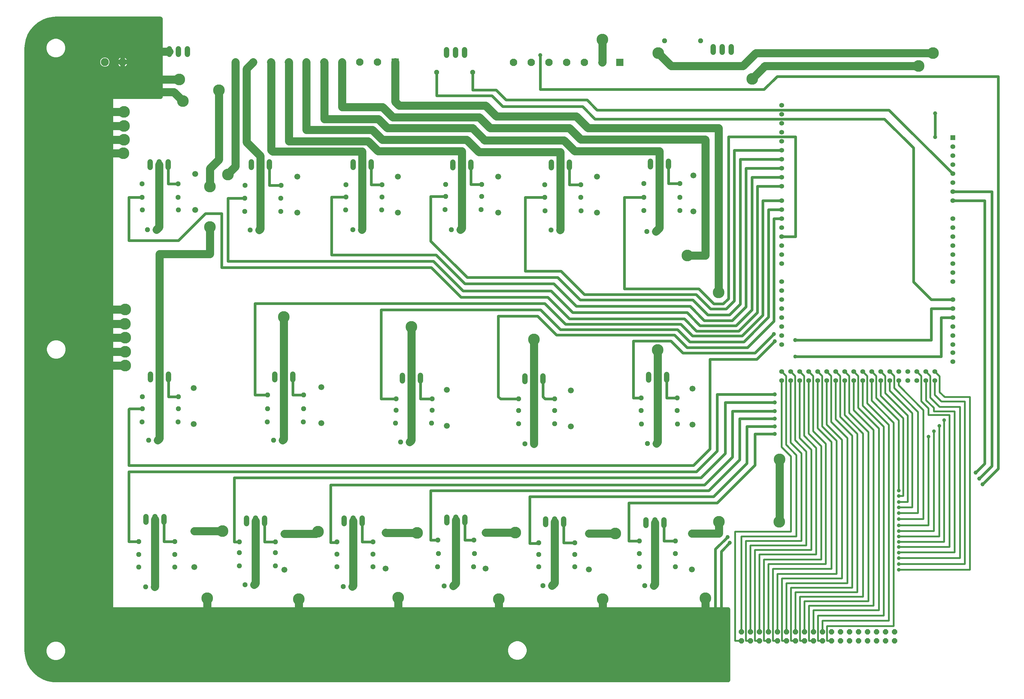
<source format=gbr>
G04 EAGLE Gerber RS-274X export*
G75*
%MOMM*%
%FSLAX34Y34*%
%LPD*%
%INBottom Copper*%
%IPPOS*%
%AMOC8*
5,1,8,0,0,1.08239X$1,22.5*%
G01*
%ADD10R,1.358000X1.358000*%
%ADD11C,1.358000*%
%ADD12C,1.676400*%
%ADD13P,1.429621X8X22.500000*%
%ADD14R,2.100000X2.100000*%
%ADD15C,2.100000*%
%ADD16C,2.250000*%
%ADD17C,1.524000*%
%ADD18P,1.429621X8X202.500000*%
%ADD19P,1.649562X8X202.500000*%
%ADD20C,0.762000*%
%ADD21C,1.168400*%
%ADD22C,1.092200*%
%ADD23C,3.302000*%
%ADD24C,2.286000*%
%ADD25C,0.508000*%
%ADD26C,1.041400*%
%ADD27C,0.635000*%

G36*
X1993903Y10161D02*
X1993903Y10161D01*
X1993906Y10161D01*
X1994253Y10181D01*
X1994611Y10201D01*
X1994614Y10201D01*
X1994617Y10201D01*
X1994957Y10260D01*
X1995314Y10320D01*
X1995316Y10321D01*
X1995319Y10321D01*
X1995664Y10421D01*
X1995998Y10517D01*
X1996001Y10519D01*
X1996004Y10519D01*
X1996328Y10654D01*
X1996656Y10790D01*
X1996659Y10792D01*
X1996661Y10793D01*
X1996973Y10965D01*
X1997280Y11135D01*
X1997282Y11137D01*
X1997285Y11138D01*
X1997582Y11349D01*
X1997861Y11547D01*
X1997863Y11549D01*
X1997865Y11551D01*
X1998133Y11791D01*
X1998392Y12022D01*
X1998394Y12025D01*
X1998396Y12026D01*
X1998634Y12294D01*
X1998866Y12554D01*
X1998868Y12556D01*
X1998870Y12558D01*
X1999068Y12839D01*
X1999278Y13135D01*
X1999280Y13138D01*
X1999281Y13140D01*
X1999444Y13436D01*
X1999622Y13759D01*
X1999623Y13762D01*
X1999625Y13764D01*
X1999756Y14082D01*
X1999894Y14417D01*
X1999895Y14420D01*
X1999896Y14423D01*
X1999991Y14752D01*
X2000091Y15102D01*
X2000092Y15105D01*
X2000092Y15107D01*
X2000152Y15461D01*
X2000210Y15804D01*
X2000210Y15807D01*
X2000211Y15810D01*
X2000249Y16510D01*
X2000249Y215900D01*
X2000249Y215903D01*
X2000249Y215906D01*
X2000229Y216253D01*
X2000209Y216611D01*
X2000209Y216614D01*
X2000209Y216617D01*
X2000150Y216957D01*
X2000090Y217314D01*
X2000089Y217316D01*
X2000089Y217319D01*
X1999989Y217664D01*
X1999893Y217998D01*
X1999891Y218001D01*
X1999891Y218004D01*
X1999756Y218328D01*
X1999620Y218656D01*
X1999618Y218659D01*
X1999617Y218661D01*
X1999447Y218969D01*
X1999275Y219280D01*
X1999273Y219282D01*
X1999272Y219285D01*
X1999061Y219582D01*
X1998863Y219861D01*
X1998861Y219863D01*
X1998859Y219865D01*
X1998619Y220133D01*
X1998388Y220392D01*
X1998385Y220394D01*
X1998384Y220396D01*
X1998116Y220634D01*
X1997856Y220866D01*
X1997854Y220868D01*
X1997852Y220870D01*
X1997575Y221066D01*
X1997275Y221278D01*
X1997272Y221280D01*
X1997270Y221281D01*
X1996974Y221444D01*
X1996651Y221622D01*
X1996648Y221623D01*
X1996646Y221625D01*
X1996328Y221756D01*
X1995993Y221894D01*
X1995990Y221895D01*
X1995987Y221896D01*
X1995658Y221991D01*
X1995308Y222091D01*
X1995305Y222092D01*
X1995303Y222092D01*
X1994949Y222152D01*
X1994606Y222210D01*
X1994603Y222210D01*
X1994600Y222211D01*
X1993900Y222249D01*
X260349Y222249D01*
X260349Y1657351D01*
X393700Y1657351D01*
X393703Y1657351D01*
X393706Y1657351D01*
X394053Y1657371D01*
X394411Y1657391D01*
X394414Y1657391D01*
X394417Y1657391D01*
X394757Y1657450D01*
X395114Y1657510D01*
X395116Y1657511D01*
X395119Y1657511D01*
X395469Y1657613D01*
X395798Y1657707D01*
X395801Y1657709D01*
X395804Y1657709D01*
X396134Y1657847D01*
X396456Y1657980D01*
X396459Y1657982D01*
X396461Y1657983D01*
X396773Y1658155D01*
X397080Y1658325D01*
X397082Y1658327D01*
X397085Y1658328D01*
X397382Y1658539D01*
X397661Y1658738D01*
X397663Y1658739D01*
X397665Y1658741D01*
X397933Y1658981D01*
X398192Y1659212D01*
X398194Y1659215D01*
X398196Y1659216D01*
X398434Y1659484D01*
X398666Y1659744D01*
X398668Y1659746D01*
X398670Y1659748D01*
X398868Y1660029D01*
X399078Y1660325D01*
X399080Y1660328D01*
X399081Y1660330D01*
X399244Y1660626D01*
X399422Y1660949D01*
X399423Y1660952D01*
X399425Y1660954D01*
X399556Y1661272D01*
X399694Y1661607D01*
X399695Y1661610D01*
X399696Y1661613D01*
X399789Y1661937D01*
X399891Y1662292D01*
X399892Y1662295D01*
X399892Y1662298D01*
X399951Y1662648D01*
X400010Y1662994D01*
X400010Y1662997D01*
X400011Y1663000D01*
X400049Y1663700D01*
X400049Y1883490D01*
X400049Y1883493D01*
X400049Y1883496D01*
X400029Y1883842D01*
X400009Y1884201D01*
X400009Y1884204D01*
X400009Y1884207D01*
X399951Y1884544D01*
X399890Y1884904D01*
X399889Y1884906D01*
X399889Y1884909D01*
X399789Y1885254D01*
X399693Y1885588D01*
X399691Y1885591D01*
X399691Y1885594D01*
X399556Y1885918D01*
X399420Y1886246D01*
X399418Y1886249D01*
X399417Y1886251D01*
X399249Y1886555D01*
X399075Y1886870D01*
X399073Y1886872D01*
X399072Y1886875D01*
X398873Y1887155D01*
X398662Y1887451D01*
X398661Y1887453D01*
X398659Y1887455D01*
X398419Y1887723D01*
X398188Y1887982D01*
X398185Y1887984D01*
X398184Y1887986D01*
X397916Y1888224D01*
X397656Y1888456D01*
X397654Y1888458D01*
X397652Y1888460D01*
X397363Y1888664D01*
X397075Y1888868D01*
X397072Y1888869D01*
X397070Y1888871D01*
X396766Y1889039D01*
X396451Y1889212D01*
X396448Y1889213D01*
X396446Y1889215D01*
X396128Y1889346D01*
X395793Y1889484D01*
X395790Y1889485D01*
X395787Y1889486D01*
X395458Y1889581D01*
X395108Y1889681D01*
X395105Y1889682D01*
X395102Y1889682D01*
X394749Y1889742D01*
X394406Y1889800D01*
X394403Y1889800D01*
X394400Y1889801D01*
X393700Y1889839D01*
X100000Y1889839D01*
X99864Y1889832D01*
X99723Y1889833D01*
X92446Y1889516D01*
X92382Y1889509D01*
X92317Y1889509D01*
X92015Y1889472D01*
X91738Y1889445D01*
X91680Y1889432D01*
X91621Y1889425D01*
X77289Y1886898D01*
X77091Y1886852D01*
X76891Y1886815D01*
X76742Y1886769D01*
X76595Y1886735D01*
X76413Y1886670D01*
X76220Y1886612D01*
X62544Y1881634D01*
X62357Y1881554D01*
X62166Y1881483D01*
X62028Y1881413D01*
X61889Y1881353D01*
X61721Y1881257D01*
X61541Y1881166D01*
X48937Y1873890D01*
X48767Y1873778D01*
X48592Y1873675D01*
X48467Y1873582D01*
X48341Y1873499D01*
X48192Y1873376D01*
X48031Y1873255D01*
X36882Y1863900D01*
X36734Y1863761D01*
X36579Y1863629D01*
X36473Y1863516D01*
X36363Y1863412D01*
X36237Y1863264D01*
X36100Y1863118D01*
X26745Y1851969D01*
X26623Y1851806D01*
X26494Y1851649D01*
X26409Y1851519D01*
X26319Y1851399D01*
X26221Y1851231D01*
X26110Y1851063D01*
X18834Y1838459D01*
X18742Y1838277D01*
X18642Y1838100D01*
X18581Y1837958D01*
X18513Y1837823D01*
X18445Y1837641D01*
X18366Y1837456D01*
X13388Y1823780D01*
X13330Y1823586D01*
X13262Y1823394D01*
X13226Y1823243D01*
X13183Y1823098D01*
X13148Y1822907D01*
X13102Y1822711D01*
X10575Y1808379D01*
X10567Y1808315D01*
X10554Y1808251D01*
X10524Y1807947D01*
X10491Y1807672D01*
X10490Y1807613D01*
X10484Y1807554D01*
X10167Y1800277D01*
X10168Y1800140D01*
X10161Y1800000D01*
X10161Y100000D01*
X10168Y99864D01*
X10167Y99723D01*
X10484Y92446D01*
X10491Y92382D01*
X10491Y92317D01*
X10515Y92117D01*
X10523Y91984D01*
X10542Y91875D01*
X10555Y91738D01*
X10568Y91680D01*
X10575Y91621D01*
X13102Y77289D01*
X13148Y77091D01*
X13185Y76891D01*
X13231Y76742D01*
X13265Y76595D01*
X13330Y76413D01*
X13388Y76220D01*
X18366Y62544D01*
X18446Y62357D01*
X18517Y62166D01*
X18587Y62028D01*
X18647Y61889D01*
X18743Y61721D01*
X18834Y61541D01*
X26110Y48937D01*
X26222Y48767D01*
X26325Y48592D01*
X26418Y48468D01*
X26501Y48341D01*
X26624Y48192D01*
X26745Y48031D01*
X36100Y36882D01*
X36239Y36734D01*
X36371Y36579D01*
X36484Y36473D01*
X36588Y36363D01*
X36735Y36238D01*
X36882Y36100D01*
X48031Y26745D01*
X48194Y26623D01*
X48351Y26494D01*
X48481Y26409D01*
X48601Y26319D01*
X48769Y26221D01*
X48937Y26110D01*
X61541Y18834D01*
X61723Y18742D01*
X61900Y18642D01*
X62042Y18581D01*
X62177Y18513D01*
X62359Y18445D01*
X62544Y18366D01*
X76220Y13388D01*
X76414Y13330D01*
X76606Y13262D01*
X76757Y13226D01*
X76902Y13183D01*
X77093Y13148D01*
X77289Y13102D01*
X91621Y10575D01*
X91685Y10567D01*
X91749Y10554D01*
X92053Y10524D01*
X92328Y10491D01*
X92387Y10490D01*
X92446Y10484D01*
X99723Y10167D01*
X99860Y10168D01*
X100000Y10161D01*
X1993900Y10161D01*
X1993903Y10161D01*
G37*
%LPC*%
G36*
X95551Y1774844D02*
X95551Y1774844D01*
X88897Y1776627D01*
X82932Y1780071D01*
X78061Y1784942D01*
X74617Y1790907D01*
X72834Y1797561D01*
X72834Y1804449D01*
X74617Y1811103D01*
X78061Y1817068D01*
X82932Y1821939D01*
X88897Y1825383D01*
X95551Y1827166D01*
X102439Y1827166D01*
X109093Y1825383D01*
X115058Y1821939D01*
X119929Y1817068D01*
X123373Y1811103D01*
X125156Y1804449D01*
X125156Y1797561D01*
X123373Y1790907D01*
X119929Y1784942D01*
X115058Y1780071D01*
X109093Y1776627D01*
X102439Y1774844D01*
X95551Y1774844D01*
G37*
%LPD*%
%LPC*%
G36*
X1396507Y73839D02*
X1396507Y73839D01*
X1389853Y75622D01*
X1383888Y79066D01*
X1379017Y83937D01*
X1375573Y89902D01*
X1373790Y96556D01*
X1373790Y103444D01*
X1375573Y110098D01*
X1379017Y116063D01*
X1383888Y120934D01*
X1389853Y124378D01*
X1396507Y126161D01*
X1403395Y126161D01*
X1410049Y124378D01*
X1416014Y120934D01*
X1420885Y116063D01*
X1424329Y110098D01*
X1426112Y103444D01*
X1426112Y96556D01*
X1424329Y89902D01*
X1420885Y83937D01*
X1416014Y79066D01*
X1410049Y75622D01*
X1403395Y73839D01*
X1396507Y73839D01*
G37*
%LPD*%
%LPC*%
G36*
X95551Y72834D02*
X95551Y72834D01*
X88897Y74617D01*
X82932Y78061D01*
X78061Y82932D01*
X74617Y88897D01*
X72834Y95551D01*
X72834Y102439D01*
X74617Y109093D01*
X78061Y115058D01*
X82932Y119929D01*
X88897Y123373D01*
X95551Y125156D01*
X102439Y125156D01*
X109093Y123373D01*
X115058Y119929D01*
X119929Y115058D01*
X123373Y109093D01*
X125156Y102439D01*
X125156Y95551D01*
X123373Y88897D01*
X119929Y82932D01*
X115058Y78061D01*
X109093Y74617D01*
X102439Y72834D01*
X95551Y72834D01*
G37*
%LPD*%
%LPC*%
G36*
X96556Y923869D02*
X96556Y923869D01*
X89902Y925652D01*
X83937Y929096D01*
X79066Y933967D01*
X75622Y939932D01*
X73839Y946586D01*
X73839Y953474D01*
X75622Y960128D01*
X79066Y966093D01*
X83937Y970964D01*
X89902Y974408D01*
X96556Y976191D01*
X103444Y976191D01*
X110098Y974408D01*
X116063Y970964D01*
X120934Y966093D01*
X124378Y960128D01*
X126161Y953474D01*
X126161Y946586D01*
X124378Y939932D01*
X120934Y933967D01*
X116063Y929096D01*
X110098Y925652D01*
X103444Y923869D01*
X96556Y923869D01*
G37*
%LPD*%
%LPC*%
G36*
X234479Y1748715D02*
X234479Y1748715D01*
X229784Y1750660D01*
X226190Y1754254D01*
X224245Y1758949D01*
X224245Y1764031D01*
X226190Y1768726D01*
X229784Y1772320D01*
X234479Y1774265D01*
X239561Y1774265D01*
X244256Y1772320D01*
X247850Y1768726D01*
X249795Y1764031D01*
X249795Y1758949D01*
X247850Y1754254D01*
X244256Y1750660D01*
X239561Y1748715D01*
X234479Y1748715D01*
G37*
%LPD*%
%LPC*%
G36*
X293369Y1767839D02*
X293369Y1767839D01*
X293369Y1773748D01*
X294698Y1772981D01*
X296132Y1771881D01*
X297411Y1770602D01*
X298511Y1769168D01*
X299278Y1767839D01*
X293369Y1767839D01*
G37*
%LPD*%
%LPC*%
G36*
X293369Y1755141D02*
X293369Y1755141D01*
X299278Y1755141D01*
X298511Y1753812D01*
X297411Y1752378D01*
X296132Y1751099D01*
X294698Y1749999D01*
X293369Y1749232D01*
X293369Y1755141D01*
G37*
%LPD*%
%LPC*%
G36*
X274762Y1767839D02*
X274762Y1767839D01*
X275529Y1769168D01*
X276629Y1770602D01*
X277908Y1771881D01*
X279342Y1772981D01*
X280671Y1773748D01*
X280671Y1767839D01*
X274762Y1767839D01*
G37*
%LPD*%
%LPC*%
G36*
X279342Y1749999D02*
X279342Y1749999D01*
X277908Y1751099D01*
X276629Y1752378D01*
X275529Y1753812D01*
X274762Y1755141D01*
X280671Y1755141D01*
X280671Y1749232D01*
X279342Y1749999D01*
G37*
%LPD*%
D10*
X2627630Y1548130D03*
D11*
X2627630Y1522730D03*
X2627630Y1497330D03*
X2627630Y1471930D03*
X2627630Y1446530D03*
X2627630Y1421130D03*
X2627630Y1395730D03*
X2627630Y1370330D03*
X2627630Y1319530D03*
X2627630Y1294130D03*
X2627630Y1268730D03*
X2627630Y1243330D03*
X2627630Y1217930D03*
X2627630Y1192530D03*
X2627630Y1167130D03*
X2627630Y1141730D03*
X2627630Y1090930D03*
X2627630Y1065530D03*
X2627630Y1040130D03*
X2627630Y1014730D03*
X2627630Y989330D03*
X2627630Y963930D03*
X2627630Y941070D03*
X2627630Y915670D03*
X2576830Y862330D03*
X2576830Y887730D03*
X2551430Y862330D03*
X2551430Y887730D03*
X2526030Y862330D03*
X2526030Y887730D03*
X2500630Y862330D03*
X2500630Y887730D03*
X2475230Y887730D03*
X2475230Y862330D03*
X2449830Y887730D03*
X2449830Y862330D03*
X2424430Y887730D03*
X2424430Y862330D03*
X2399030Y887730D03*
X2399030Y862330D03*
X2373630Y887730D03*
X2373630Y862330D03*
X2348230Y887730D03*
X2348230Y862330D03*
X2322830Y887730D03*
X2322830Y862330D03*
X2297430Y887730D03*
X2297430Y862330D03*
X2272030Y887730D03*
X2272030Y862330D03*
X2246630Y887730D03*
X2246630Y862330D03*
X2221230Y887730D03*
X2221230Y862330D03*
X2195830Y887730D03*
X2195830Y862330D03*
X2170430Y887730D03*
X2170430Y862330D03*
X2145030Y887730D03*
X2145030Y862330D03*
X2145030Y963930D03*
X2145030Y989330D03*
X2145030Y1014730D03*
X2145030Y1040130D03*
X2145030Y1065530D03*
X2145030Y1090930D03*
X2145030Y1116330D03*
X2145030Y1141730D03*
X2145030Y1192530D03*
X2145030Y1217930D03*
X2145030Y1243330D03*
X2145030Y1268730D03*
X2145030Y1294130D03*
X2145030Y1319530D03*
X2145030Y1344930D03*
X2145030Y1370330D03*
X2145030Y1410970D03*
X2145030Y1436370D03*
X2145030Y1461770D03*
X2145030Y1487170D03*
X2145030Y1512570D03*
X2145030Y1537970D03*
X2145030Y1563370D03*
X2145030Y1588770D03*
X2145030Y1614170D03*
X2145030Y1639570D03*
D12*
X491490Y1445260D03*
X491490Y1343660D03*
X1893570Y839470D03*
X1893570Y737870D03*
X1892300Y430530D03*
X1892300Y328930D03*
X1601470Y430530D03*
X1601470Y328930D03*
X1310640Y433070D03*
X1310640Y331470D03*
X1028700Y433070D03*
X1028700Y331470D03*
X742950Y429260D03*
X742950Y327660D03*
X488950Y436880D03*
X488950Y335280D03*
X779780Y1437640D03*
X779780Y1336040D03*
X1062990Y1437640D03*
X1062990Y1336040D03*
X1346200Y1437640D03*
X1346200Y1336040D03*
X1624330Y1437640D03*
X1624330Y1336040D03*
X1896110Y1441450D03*
X1896110Y1339850D03*
X847090Y843280D03*
X847090Y741680D03*
X1201420Y835660D03*
X1201420Y734060D03*
X1550670Y834390D03*
X1550670Y732790D03*
D13*
X356870Y1288415D03*
X382270Y1288415D03*
X1766570Y684530D03*
X1791970Y684530D03*
X1758950Y283210D03*
X1784350Y283210D03*
X1471930Y283210D03*
X1497330Y283210D03*
X1193800Y281940D03*
X1219200Y281940D03*
X909320Y280670D03*
X934720Y280670D03*
X632460Y285750D03*
X657860Y285750D03*
X351790Y279400D03*
X377190Y279400D03*
X646430Y1287145D03*
X671830Y1287145D03*
X935990Y1288415D03*
X961390Y1288415D03*
X1214120Y1288415D03*
X1239520Y1288415D03*
X1494790Y1287145D03*
X1520190Y1287145D03*
X1765300Y1283335D03*
X1790700Y1283335D03*
X712470Y693420D03*
X737870Y693420D03*
X1070610Y688340D03*
X1096010Y688340D03*
X1421130Y683260D03*
X1446530Y683260D03*
D14*
X1055370Y1761490D03*
D15*
X1005370Y1761490D03*
X955370Y1761490D03*
X905370Y1761490D03*
X855370Y1761490D03*
X805370Y1761490D03*
X755370Y1761490D03*
X705370Y1761490D03*
X655370Y1761490D03*
X605370Y1761490D03*
D16*
X287020Y1761490D03*
X237020Y1761490D03*
D17*
X364490Y1479550D02*
X364490Y1464310D01*
X389890Y1464310D02*
X389890Y1479550D01*
X415290Y1479550D02*
X415290Y1464310D01*
X1770380Y878840D02*
X1770380Y863600D01*
X1795780Y863600D02*
X1795780Y878840D01*
X1821180Y878840D02*
X1821180Y863600D01*
X1762760Y468630D02*
X1762760Y453390D01*
X1788160Y453390D02*
X1788160Y468630D01*
X1813560Y468630D02*
X1813560Y453390D01*
X1479550Y455930D02*
X1479550Y471170D01*
X1504950Y471170D02*
X1504950Y455930D01*
X1530350Y455930D02*
X1530350Y471170D01*
X1201420Y476250D02*
X1201420Y461010D01*
X1226820Y461010D02*
X1226820Y476250D01*
X1252220Y476250D02*
X1252220Y461010D01*
X911860Y458470D02*
X911860Y473710D01*
X937260Y473710D02*
X937260Y458470D01*
X962660Y458470D02*
X962660Y473710D01*
X636270Y473710D02*
X636270Y458470D01*
X661670Y458470D02*
X661670Y473710D01*
X687070Y473710D02*
X687070Y458470D01*
X353060Y462280D02*
X353060Y477520D01*
X378460Y477520D02*
X378460Y462280D01*
X403860Y462280D02*
X403860Y477520D01*
X650240Y1464310D02*
X650240Y1479550D01*
X675640Y1479550D02*
X675640Y1464310D01*
X701040Y1464310D02*
X701040Y1479550D01*
X937260Y1479550D02*
X937260Y1464310D01*
X962660Y1464310D02*
X962660Y1479550D01*
X988060Y1479550D02*
X988060Y1464310D01*
X1217930Y1463040D02*
X1217930Y1478280D01*
X1243330Y1478280D02*
X1243330Y1463040D01*
X1268730Y1463040D02*
X1268730Y1478280D01*
X1496060Y1478280D02*
X1496060Y1463040D01*
X1521460Y1463040D02*
X1521460Y1478280D01*
X1546860Y1478280D02*
X1546860Y1463040D01*
X1775460Y1465580D02*
X1775460Y1480820D01*
X1800860Y1480820D02*
X1800860Y1465580D01*
X1826260Y1465580D02*
X1826260Y1480820D01*
X716280Y880110D02*
X716280Y864870D01*
X741680Y864870D02*
X741680Y880110D01*
X767080Y880110D02*
X767080Y864870D01*
X1075690Y861060D02*
X1075690Y876300D01*
X1101090Y876300D02*
X1101090Y861060D01*
X1126490Y861060D02*
X1126490Y876300D01*
X1421130Y875030D02*
X1421130Y859790D01*
X1446530Y859790D02*
X1446530Y875030D01*
X1471930Y875030D02*
X1471930Y859790D01*
D13*
X341630Y1417320D03*
X443230Y1417320D03*
X1197610Y1416050D03*
X1299210Y1416050D03*
X1197610Y1381760D03*
X1299210Y1381760D03*
X1196340Y1344930D03*
X1297940Y1344930D03*
X1477010Y1414780D03*
X1578610Y1414780D03*
X1477010Y1379220D03*
X1578610Y1379220D03*
X1478280Y1341120D03*
X1579880Y1341120D03*
X1756410Y1418590D03*
X1858010Y1418590D03*
X1756410Y1379220D03*
X1858010Y1379220D03*
X1756410Y1342390D03*
X1858010Y1342390D03*
X695960Y821690D03*
X797560Y821690D03*
X341630Y1379220D03*
X443230Y1379220D03*
X695960Y782320D03*
X797560Y782320D03*
X694690Y745490D03*
X796290Y745490D03*
X1057910Y810260D03*
X1159510Y810260D03*
X1057910Y778510D03*
X1159510Y778510D03*
X1056640Y741680D03*
X1158240Y741680D03*
X1403350Y810260D03*
X1504950Y810260D03*
X1403350Y777240D03*
X1504950Y777240D03*
X1403350Y740410D03*
X1504950Y740410D03*
X1748790Y812800D03*
X1850390Y812800D03*
X1748790Y777240D03*
X1850390Y777240D03*
X342900Y1343660D03*
X444500Y1343660D03*
X1750060Y739140D03*
X1851660Y739140D03*
X1743710Y408940D03*
X1845310Y408940D03*
X1743710Y373380D03*
X1845310Y373380D03*
X1743710Y336550D03*
X1845310Y336550D03*
X1460500Y403860D03*
X1562100Y403860D03*
X1460500Y370840D03*
X1562100Y370840D03*
X1460500Y336550D03*
X1562100Y336550D03*
X1176020Y411480D03*
X1277620Y411480D03*
X1177290Y373380D03*
X1278890Y373380D03*
X1174750Y336550D03*
X1276350Y336550D03*
X632460Y1413510D03*
X734060Y1413510D03*
X891540Y406400D03*
X993140Y406400D03*
X891540Y372110D03*
X993140Y372110D03*
X891540Y336550D03*
X993140Y336550D03*
X615950Y406400D03*
X717550Y406400D03*
X615950Y375920D03*
X717550Y375920D03*
X615950Y339090D03*
X717550Y339090D03*
X332740Y407670D03*
X434340Y407670D03*
X332740Y370840D03*
X434340Y370840D03*
X332740Y335280D03*
X434340Y335280D03*
X631190Y1376680D03*
X732790Y1376680D03*
X631190Y1339850D03*
X732790Y1339850D03*
X916940Y1414780D03*
X1018540Y1414780D03*
X916940Y1380490D03*
X1018540Y1380490D03*
X915670Y1343660D03*
X1017270Y1343660D03*
X342900Y782320D03*
X444500Y782320D03*
X342900Y816610D03*
X444500Y816610D03*
X341630Y745490D03*
X443230Y745490D03*
D17*
X365760Y864870D02*
X365760Y880110D01*
X391160Y880110D02*
X391160Y864870D01*
X416560Y864870D02*
X416560Y880110D01*
D13*
X360680Y693420D03*
X386080Y693420D03*
D12*
X487680Y840740D03*
X487680Y739140D03*
D14*
X1689100Y1760220D03*
D15*
X1639100Y1760220D03*
X1589100Y1760220D03*
X1539100Y1760220D03*
X1489100Y1760220D03*
X1439100Y1760220D03*
X1389100Y1760220D03*
D17*
X1250950Y1780540D02*
X1250950Y1795780D01*
X1225550Y1795780D02*
X1225550Y1780540D01*
X1200150Y1780540D02*
X1200150Y1795780D01*
D18*
X1273810Y1732280D03*
X1172210Y1732280D03*
D17*
X419100Y1783080D02*
X419100Y1798320D01*
X444500Y1798320D02*
X444500Y1783080D01*
X469900Y1783080D02*
X469900Y1798320D01*
D19*
X2463800Y127000D03*
X2438400Y127000D03*
X2413000Y127000D03*
X2387600Y127000D03*
X2362200Y127000D03*
X2336800Y127000D03*
X2311400Y127000D03*
X2286000Y127000D03*
X2260600Y127000D03*
X2235200Y127000D03*
X2209800Y127000D03*
X2184400Y127000D03*
X2159000Y127000D03*
X2133600Y127000D03*
X2108200Y127000D03*
X2082800Y127000D03*
X2057400Y127000D03*
X2032000Y127000D03*
X2463800Y152400D03*
X2438400Y152400D03*
X2413000Y152400D03*
X2387600Y152400D03*
X2362200Y152400D03*
X2336800Y152400D03*
X2311400Y152400D03*
X2286000Y152400D03*
X2260600Y152400D03*
X2235200Y152400D03*
X2209800Y152400D03*
X2184400Y152400D03*
X2159000Y152400D03*
X2133600Y152400D03*
X2108200Y152400D03*
X2082800Y152400D03*
X2057400Y152400D03*
X2032000Y152400D03*
D17*
X2002790Y1789430D02*
X2002790Y1804670D01*
X1977390Y1804670D02*
X1977390Y1789430D01*
X1951990Y1789430D02*
X1951990Y1804670D01*
D18*
X1916430Y1821180D03*
X1814830Y1821180D03*
D20*
X1494790Y1115060D02*
X1247140Y1115060D01*
X1163320Y1198880D01*
X584200Y1198880D01*
X584200Y1376680D01*
X631190Y1376680D01*
X1494790Y1115060D02*
X1555750Y1054100D01*
X1878330Y1054100D02*
X1915160Y1017270D01*
X1878330Y1054100D02*
X1555750Y1054100D01*
X2016760Y1017270D02*
X2061210Y1061720D01*
X2061210Y1436370D01*
X2145030Y1436370D01*
X2016760Y1017270D02*
X1915160Y1017270D01*
X1565910Y1071880D02*
X1502410Y1135380D01*
X1252220Y1135380D01*
X1170940Y1216660D01*
X876300Y1216660D01*
X876300Y1380490D01*
X916940Y1380490D01*
X1565910Y1071880D02*
X1887220Y1071880D01*
X1927225Y1031875D01*
X2005965Y1031875D01*
X2044700Y1070610D01*
X2044700Y1461770D01*
X2145030Y1461770D01*
X1577340Y1089660D02*
X1513840Y1153160D01*
X1258570Y1153160D01*
X1155700Y1256030D01*
X1155700Y1381760D01*
X1197610Y1381760D01*
X1577340Y1089660D02*
X1894840Y1089660D01*
X1936750Y1047750D01*
X1997710Y1047750D01*
X2028190Y1078230D01*
X2028190Y1487170D01*
X2145030Y1487170D01*
X1588770Y1104900D02*
X1522730Y1170940D01*
X1422400Y1170940D01*
X1422400Y1379220D01*
X1477010Y1379220D01*
X1588770Y1104900D02*
X1903730Y1104900D01*
X1944370Y1064260D01*
X1988820Y1064260D01*
X2011680Y1087120D01*
X2011680Y1512570D01*
X2145030Y1512570D01*
X1701800Y1379220D02*
X1701800Y1121410D01*
X1701800Y1379220D02*
X1756410Y1379220D01*
X1911350Y1121410D02*
X1953895Y1078865D01*
X1911350Y1121410D02*
X1701800Y1121410D01*
X1953895Y1078865D02*
X1980565Y1078865D01*
X1995170Y1093470D02*
X1995170Y1550670D01*
X1995170Y1093470D02*
X1980565Y1078865D01*
X1995170Y1550670D02*
X2184400Y1550670D01*
X2184400Y1268730D01*
X2145030Y1268730D01*
X1860550Y1021080D02*
X1535430Y1021080D01*
X1477010Y1079500D01*
X660400Y1079500D01*
X660400Y821690D01*
X695960Y821690D01*
X1860550Y1021080D02*
X1893570Y988060D01*
X2033270Y988060D02*
X2091690Y1046480D01*
X2091690Y1370330D01*
X2145030Y1370330D01*
X2033270Y988060D02*
X1893570Y988060D01*
X1521460Y1005840D02*
X1465580Y1061720D01*
X1016000Y1061720D02*
X1016000Y810260D01*
X1057910Y810260D01*
X1016000Y1061720D02*
X1465580Y1061720D01*
X1521460Y1005840D02*
X1851660Y1005840D01*
X1885950Y971550D01*
X2038350Y971550D02*
X2108200Y1041400D01*
X2108200Y1344930D01*
X2145030Y1344930D01*
X2038350Y971550D02*
X1885950Y971550D01*
X1842770Y990600D02*
X1510030Y990600D01*
X1456690Y1043940D01*
X1346200Y1043940D01*
X1346200Y816610D01*
X1352550Y810260D01*
X1403350Y810260D01*
X1842770Y990600D02*
X1878330Y955040D01*
X2048510Y955040D02*
X2123440Y1029970D01*
X2123440Y1319530D01*
X2145030Y1319530D01*
X2048510Y955040D02*
X1878330Y955040D01*
X1727200Y974090D02*
X1727200Y812800D01*
X1748790Y812800D01*
X1727200Y974090D02*
X1832610Y974090D01*
X1866900Y939800D01*
X2070100Y939800D01*
X2123440Y993140D01*
D21*
X2123440Y993140D03*
D20*
X1963420Y516890D02*
X1714500Y516890D01*
X1714500Y408940D01*
X1743710Y408940D01*
X1963420Y516890D02*
X2070100Y623570D01*
X2070100Y711200D01*
X2125980Y711200D01*
D21*
X2125980Y711200D03*
D20*
X1953260Y534670D02*
X1435100Y534670D01*
X1435100Y402590D01*
X1459230Y402590D01*
X1460500Y403860D01*
X1953260Y534670D02*
X2047240Y628650D01*
X2047240Y732790D01*
X2125980Y732790D01*
D21*
X2125980Y732790D03*
D20*
X1939290Y551180D02*
X1155700Y551180D01*
X1155700Y411480D01*
X1176020Y411480D01*
X1939290Y551180D02*
X2026920Y638810D01*
X2026920Y754380D01*
X2125980Y754380D01*
D21*
X2125980Y754380D03*
D20*
X1927860Y567690D02*
X873760Y567690D01*
X873760Y405130D01*
X890270Y405130D01*
X891540Y406400D01*
X1927860Y567690D02*
X2006600Y646430D01*
X2006600Y775970D01*
X2125980Y775970D01*
D21*
X2125980Y775970D03*
D20*
X1917700Y588010D02*
X601980Y588010D01*
X601980Y406400D01*
X615950Y406400D01*
X1917700Y588010D02*
X1986280Y656590D01*
X1986280Y800100D01*
X2125980Y800100D01*
D21*
X2125980Y800100D03*
D20*
X1485900Y1097280D02*
X1240790Y1097280D01*
X1156970Y1181100D02*
X566420Y1181100D01*
X566420Y1333500D01*
X520700Y1333500D01*
X444500Y1257300D02*
X304800Y1257300D01*
X304800Y1379220D01*
X341630Y1379220D01*
X1485900Y1097280D02*
X1546860Y1036320D01*
X1240790Y1097280D02*
X1156970Y1181100D01*
X520700Y1333500D02*
X444500Y1257300D01*
X1546860Y1036320D02*
X1870710Y1036320D01*
X1905000Y1002030D01*
X2024380Y1002030D02*
X2076450Y1054100D01*
X2076450Y1410970D01*
X2145030Y1410970D01*
X2024380Y1002030D02*
X1905000Y1002030D01*
X1905000Y604520D02*
X304800Y604520D01*
X304800Y407670D01*
X332740Y407670D01*
X1905000Y604520D02*
X1963420Y662940D01*
X1963420Y822960D01*
X2125980Y822960D01*
D21*
X2125980Y822960D03*
D22*
X2183130Y929640D03*
D20*
X2594610Y929640D01*
X2594610Y1040130D01*
X2627630Y1040130D01*
X2627630Y1370330D02*
X2717800Y1370330D01*
X2717800Y627380D01*
X2692400Y601980D01*
D21*
X2692400Y601980D03*
D20*
X415290Y1417320D02*
X415290Y1471930D01*
X415290Y1417320D02*
X443230Y1417320D01*
X701040Y1413510D02*
X701040Y1471930D01*
X701040Y1413510D02*
X734060Y1413510D01*
X988060Y1414780D02*
X988060Y1471930D01*
X988060Y1414780D02*
X1018540Y1414780D01*
X1268730Y1416050D02*
X1268730Y1470660D01*
X1268730Y1416050D02*
X1299210Y1416050D01*
X1546860Y1414780D02*
X1546860Y1470660D01*
X1546860Y1414780D02*
X1578610Y1414780D01*
X1826260Y1418590D02*
X1826260Y1473200D01*
X1826260Y1418590D02*
X1858010Y1418590D01*
X1821180Y871220D02*
X1821180Y812800D01*
X1850390Y812800D01*
X1471930Y816610D02*
X1471930Y867410D01*
X1471930Y816610D02*
X1478280Y810260D01*
X1504950Y810260D01*
X1126490Y810260D02*
X1126490Y868680D01*
X1126490Y810260D02*
X1159510Y810260D01*
X767080Y821690D02*
X767080Y872490D01*
X767080Y821690D02*
X797560Y821690D01*
X416560Y816610D02*
X416560Y872490D01*
X416560Y816610D02*
X444500Y816610D01*
X403860Y469900D02*
X403860Y407670D01*
X434340Y407670D01*
X687070Y406400D02*
X687070Y466090D01*
X687070Y406400D02*
X717550Y406400D01*
X962660Y406400D02*
X962660Y466090D01*
X962660Y406400D02*
X993140Y406400D01*
X1252220Y411480D02*
X1252220Y468630D01*
X1252220Y411480D02*
X1277620Y411480D01*
X1530350Y403860D02*
X1530350Y463550D01*
X1530350Y403860D02*
X1562100Y403860D01*
X1813560Y408940D02*
X1813560Y461010D01*
X1813560Y408940D02*
X1845310Y408940D01*
D23*
X289560Y1503680D03*
D24*
X205740Y1503680D01*
D23*
X294640Y904240D03*
D24*
X193040Y904240D01*
D23*
X525780Y247650D03*
D24*
X525780Y146050D01*
D23*
X783590Y245110D03*
D24*
X783590Y146050D01*
D23*
X1064514Y248920D03*
D24*
X1064514Y142494D01*
D23*
X1347470Y245110D03*
D24*
X1347470Y144780D01*
D23*
X1640840Y245110D03*
D24*
X1640840Y139700D01*
D23*
X1930400Y247650D03*
D24*
X1930400Y130810D01*
D23*
X294640Y943610D03*
D24*
X196850Y943610D01*
D23*
X294640Y982980D03*
D24*
X193040Y982980D01*
D23*
X293370Y1022350D03*
D24*
X191770Y1022350D01*
D23*
X294640Y1062990D03*
D24*
X193040Y1062990D01*
D23*
X290830Y1541780D03*
D24*
X201930Y1541780D01*
D23*
X290830Y1581150D03*
D24*
X201930Y1581150D01*
D23*
X290830Y1620520D03*
D24*
X201930Y1620520D01*
D23*
X457200Y1651000D03*
D24*
X431800Y1676400D01*
X368300Y1676400D01*
D23*
X447040Y1711960D03*
D24*
X358140Y1711960D01*
X368300Y1790700D02*
X419100Y1790700D01*
D20*
X1974850Y379730D02*
X1974850Y127000D01*
X2755900Y613410D02*
X2755900Y1720850D01*
X2755900Y613410D02*
X2711450Y568960D01*
X2738120Y1395730D02*
X2627630Y1395730D01*
X2738120Y1395730D02*
X2738120Y621030D01*
X2702560Y585470D01*
D21*
X2702560Y585470D03*
X1992630Y420370D03*
D20*
X1958340Y386080D01*
D21*
X2711450Y568960D03*
X1998980Y403860D03*
D20*
X1974850Y379730D01*
X1958340Y386080D02*
X1958340Y203200D01*
X1464310Y1684020D02*
X1464310Y1780540D01*
X2132330Y1720850D02*
X2755900Y1720850D01*
X2095500Y1684020D02*
X1464310Y1684020D01*
X2095500Y1684020D02*
X2132330Y1720850D01*
D21*
X1464310Y1780540D03*
D24*
X389890Y1471930D02*
X389890Y1296035D01*
X382270Y1288415D01*
X605370Y1466430D02*
X605370Y1761490D01*
X605370Y1466430D02*
X584200Y1445260D01*
X584200Y1443990D01*
D23*
X584200Y1443990D03*
D24*
X675640Y1471930D02*
X675640Y1290955D01*
X671830Y1287145D01*
X636270Y1742390D02*
X655370Y1761490D01*
X636270Y1742390D02*
X636270Y1535430D01*
X675640Y1496060D02*
X675640Y1471930D01*
X675640Y1496060D02*
X636270Y1535430D01*
X962660Y1471930D02*
X962660Y1289685D01*
X961390Y1288415D01*
X706120Y1760740D02*
X705370Y1761490D01*
X706120Y1760740D02*
X706120Y1512570D01*
X709930Y1508760D01*
X962660Y1508760D01*
X962660Y1471930D01*
X1243330Y1470660D02*
X1243330Y1292225D01*
X1239520Y1288415D01*
X755650Y1761210D02*
X755370Y1761490D01*
X755650Y1761210D02*
X755650Y1537970D01*
X979170Y1537970D01*
X1007110Y1510030D02*
X1243330Y1510030D01*
X1243330Y1470660D01*
X1007110Y1510030D02*
X979170Y1537970D01*
X1521460Y1470660D02*
X1521460Y1288415D01*
X1520190Y1287145D01*
X805370Y1761490D02*
X805180Y1761300D01*
X805180Y1569974D01*
X1019556Y1542034D02*
X1257240Y1542034D01*
X1291784Y1507490D01*
X991616Y1569974D02*
X805180Y1569974D01*
X991616Y1569974D02*
X1019556Y1542034D01*
X1521460Y1507490D02*
X1521460Y1470660D01*
X1521460Y1507490D02*
X1291784Y1507490D01*
X1800860Y1473200D02*
X1800860Y1293495D01*
X1790700Y1283335D01*
X855980Y1760880D02*
X855370Y1761490D01*
X855980Y1760880D02*
X855980Y1600200D01*
X1008380Y1600200D01*
X1033780Y1574800D01*
X1273810Y1574800D01*
X1308100Y1540510D01*
X1531620Y1540510D02*
X1562100Y1510030D01*
X1800860Y1510030D01*
X1531620Y1540510D02*
X1308100Y1540510D01*
X1800860Y1510030D02*
X1800860Y1473200D01*
X741680Y872490D02*
X741680Y697230D01*
X737870Y693420D01*
X1049020Y1605280D02*
X1019810Y1634490D01*
X1049020Y1605280D02*
X1292860Y1605280D01*
X1323340Y1574800D01*
X1546860Y1574800D01*
X1578610Y1543050D01*
X1019810Y1634490D02*
X905370Y1634490D01*
X905370Y1761490D01*
X1578610Y1543050D02*
X1929130Y1543050D01*
D23*
X741680Y1041400D03*
D24*
X741680Y872490D01*
X1929130Y1543050D02*
X1930400Y1541780D01*
X1930400Y1215390D01*
X1879600Y1215390D01*
D23*
X1879600Y1215390D03*
D24*
X1101090Y868680D02*
X1101090Y693420D01*
X1096010Y688340D01*
D23*
X1101090Y1013460D03*
D24*
X1101090Y868680D01*
X1446530Y867410D02*
X1446530Y683260D01*
D23*
X1446530Y977900D03*
D24*
X1446530Y867410D01*
X1795780Y871220D02*
X1795780Y688340D01*
X1791970Y684530D01*
X1066800Y1638300D02*
X1055370Y1649730D01*
X1066800Y1638300D02*
X1310640Y1638300D01*
X1341120Y1607820D01*
X1565910Y1607820D01*
X1598930Y1574800D01*
X1967230Y1574800D01*
X1055370Y1649730D02*
X1055370Y1761490D01*
D23*
X1967230Y1110996D03*
D24*
X1967230Y1574800D01*
D23*
X1795780Y948690D03*
D24*
X1795780Y871220D01*
X1788160Y461010D02*
X1788160Y287020D01*
X1784350Y283210D01*
D23*
X2062480Y1714246D03*
X1968500Y463296D03*
D24*
X1968500Y430530D01*
X1892300Y430530D01*
X2062480Y1714246D02*
X2098294Y1750060D01*
X2531110Y1750060D01*
D23*
X2531110Y1750060D03*
X2139218Y639542D03*
D24*
X2139218Y464088D01*
X2138680Y463550D01*
D23*
X2138680Y463550D03*
D24*
X1504950Y290830D02*
X1497330Y283210D01*
D23*
X1676400Y430530D03*
D24*
X1601470Y430530D01*
X1639100Y1760220D02*
X1639570Y1760690D01*
X1639570Y1825244D01*
D23*
X1639570Y1825244D03*
D24*
X1504950Y463550D02*
X1504950Y290830D01*
D23*
X2571750Y1786890D03*
X1797050Y1786890D03*
D24*
X1833880Y1750060D01*
X2035810Y1750060D02*
X2072640Y1786890D01*
X2571750Y1786890D01*
X2035810Y1750060D02*
X1833880Y1750060D01*
X1226820Y468630D02*
X1226820Y289560D01*
X1219200Y281940D01*
D23*
X1394460Y433070D03*
D24*
X1310640Y433070D01*
X937260Y466090D02*
X937260Y283210D01*
X934720Y280670D01*
D23*
X1117600Y431800D03*
D24*
X1029970Y431800D01*
X1028700Y433070D01*
X661670Y466090D02*
X661670Y289560D01*
X657860Y285750D01*
D23*
X838200Y435610D03*
D24*
X831850Y429260D01*
X742950Y429260D01*
X378460Y469900D02*
X378460Y280670D01*
X377190Y279400D01*
D23*
X568960Y436880D03*
D24*
X488950Y436880D01*
D20*
X304800Y622300D02*
X1896110Y622300D01*
X304800Y622300D02*
X304800Y781050D01*
X306070Y782320D01*
X342900Y782320D01*
X1896110Y622300D02*
X1943100Y669290D01*
X1943100Y922020D01*
X2075180Y922020D01*
X2125980Y972820D01*
D21*
X2125980Y972820D03*
X2183130Y976630D03*
D20*
X2566670Y976630D01*
X2566670Y1065530D01*
X2627630Y1065530D01*
D24*
X391160Y872490D02*
X391160Y698500D01*
X386080Y693420D01*
D23*
X558800Y1681480D03*
D24*
X558800Y1485900D02*
X533400Y1460500D01*
X533400Y1409700D01*
D23*
X533400Y1409700D03*
X533400Y1295400D03*
D24*
X533400Y1219200D01*
X391160Y1219200D01*
X391160Y872490D01*
X558800Y1485900D02*
X558800Y1681480D01*
D20*
X1596390Y1654810D02*
X1624906Y1626294D01*
X1596390Y1654810D02*
X1367790Y1654810D01*
X1339850Y1682750D01*
X1273810Y1682750D01*
X1273810Y1732280D01*
X2447866Y1626294D02*
X2627630Y1446530D01*
X2447866Y1626294D02*
X1624906Y1626294D01*
D21*
X2578100Y1616710D03*
D20*
X2578100Y1549400D01*
D21*
X2578100Y1549400D03*
D20*
X1583690Y1635760D02*
X1358900Y1635760D01*
X1328420Y1666240D01*
X1172210Y1666240D01*
X1172210Y1732280D01*
X2435225Y1600835D02*
X2517140Y1518920D01*
X1618556Y1600894D02*
X1583690Y1635760D01*
X1618556Y1600894D02*
X2177474Y1600894D01*
X2177533Y1600835D02*
X2435225Y1600835D01*
X2177533Y1600835D02*
X2177474Y1600894D01*
X2566670Y1090930D02*
X2627630Y1090930D01*
X2517140Y1140460D02*
X2517140Y1518920D01*
X2517140Y1140460D02*
X2566670Y1090930D01*
D25*
X2576830Y887730D02*
X2590800Y873760D01*
X2590800Y829310D01*
X2604770Y815340D01*
X2675890Y815340D01*
X2675890Y327660D01*
X2475230Y327660D01*
D26*
X2475230Y327660D03*
D25*
X2564130Y875030D02*
X2551430Y887730D01*
X2564130Y814070D02*
X2590546Y787654D01*
X2647950Y787654D01*
X2647950Y360680D01*
X2475230Y360680D01*
D26*
X2475230Y360680D03*
D25*
X2564130Y814070D02*
X2564130Y875030D01*
X2538730Y875030D02*
X2526030Y887730D01*
X2538730Y803910D02*
X2559050Y783590D01*
X2559050Y764540D01*
X2618740Y764540D01*
X2618740Y392430D01*
X2475230Y392430D01*
D26*
X2475230Y392430D03*
D25*
X2538730Y803910D02*
X2538730Y875030D01*
D26*
X2589530Y734060D03*
D25*
X2589530Y421640D01*
X2475230Y421640D01*
D26*
X2475230Y421640D03*
X2559050Y703580D03*
D25*
X2559050Y453390D01*
X2475230Y453390D01*
D26*
X2475230Y453390D03*
D25*
X2462530Y875030D02*
X2449830Y887730D01*
X2462530Y875030D02*
X2462530Y840740D01*
X2529840Y773430D01*
X2529840Y487680D01*
X2475230Y487680D01*
D26*
X2475230Y487680D03*
D25*
X2437130Y875030D02*
X2424430Y887730D01*
X2437130Y875030D02*
X2437130Y826770D01*
X2500630Y763270D01*
X2500630Y519430D01*
X2475230Y519430D01*
D26*
X2475230Y519430D03*
D25*
X2411730Y875030D02*
X2399030Y887730D01*
X2411730Y875030D02*
X2411730Y812800D01*
X2475230Y749300D01*
X2475230Y551180D01*
D26*
X2475230Y551180D03*
D25*
X2260600Y184150D02*
X2260600Y152400D01*
X2260600Y184150D02*
X2447290Y184150D01*
X2447290Y736600D01*
X2386330Y875030D02*
X2373630Y887730D01*
X2386330Y797560D02*
X2447290Y736600D01*
X2386330Y797560D02*
X2386330Y875030D01*
X2360930Y875030D02*
X2348230Y887730D01*
X2360930Y875030D02*
X2360930Y784860D01*
X2419350Y726440D01*
X2419350Y213360D01*
X2235200Y213360D01*
X2235200Y152400D01*
X2335530Y875030D02*
X2322830Y887730D01*
X2335530Y875030D02*
X2335530Y770890D01*
X2390140Y716280D01*
X2390140Y238760D01*
X2209800Y238760D01*
X2209800Y152400D01*
X2310130Y875030D02*
X2297430Y887730D01*
X2310130Y759460D02*
X2358390Y711200D01*
X2358390Y264160D01*
X2184400Y264160D01*
X2184400Y152400D01*
X2310130Y759460D02*
X2310130Y875030D01*
X2284730Y875030D02*
X2272030Y887730D01*
X2284730Y745490D02*
X2330450Y699770D01*
X2330450Y289560D01*
X2159000Y289560D01*
X2159000Y152400D01*
X2284730Y745490D02*
X2284730Y875030D01*
X2259330Y875030D02*
X2246630Y887730D01*
X2259330Y732790D02*
X2299970Y692150D01*
X2299970Y316230D01*
X2133600Y316230D01*
X2133600Y152400D01*
X2259330Y732790D02*
X2259330Y875030D01*
X2233930Y875030D02*
X2221230Y887730D01*
X2233930Y718820D02*
X2269490Y683260D01*
X2269490Y344170D02*
X2108200Y344170D01*
X2108200Y152400D01*
X2233930Y718820D02*
X2233930Y875030D01*
X2269490Y683260D02*
X2269490Y344170D01*
X2208530Y875030D02*
X2195830Y887730D01*
X2242820Y370840D02*
X2082800Y370840D01*
X2082800Y152400D01*
X2208530Y706120D02*
X2208530Y875030D01*
X2208530Y706120D02*
X2242820Y671830D01*
X2242820Y370840D01*
X2183130Y875030D02*
X2170430Y887730D01*
X2183130Y693420D02*
X2214880Y661670D01*
X2214880Y396240D01*
X2057400Y396240D01*
X2057400Y152400D01*
X2183130Y693420D02*
X2183130Y875030D01*
X2157730Y875030D02*
X2145030Y887730D01*
X2157730Y680720D02*
X2186940Y651510D01*
X2186940Y421640D01*
X2032000Y421640D01*
X2032000Y152400D01*
X2157730Y680720D02*
X2157730Y875030D01*
X2576830Y862330D02*
X2576830Y821690D01*
X2595880Y802640D01*
X2661920Y802640D01*
X2661920Y344170D01*
X2475230Y344170D01*
D26*
X2475230Y344170D03*
D27*
X2552700Y861060D02*
X2551430Y862330D01*
D25*
X2552700Y861060D02*
X2552700Y806450D01*
X2574290Y784860D01*
X2574290Y774700D01*
X2632710Y774700D01*
X2632710Y377190D01*
X2475230Y377190D01*
D27*
X2475230Y376682D01*
D26*
X2475230Y376682D03*
X2603500Y750570D03*
D25*
X2603500Y406400D01*
X2475230Y406400D01*
D26*
X2475230Y406400D03*
X2574290Y718820D03*
D25*
X2574290Y436880D01*
X2475230Y436880D01*
D26*
X2475230Y436880D03*
D25*
X2475230Y848360D02*
X2475230Y862330D01*
X2475230Y848360D02*
X2545080Y778510D01*
X2545080Y471170D01*
X2475230Y471170D01*
D26*
X2475230Y471170D03*
D25*
X2449830Y833120D02*
X2449830Y862330D01*
X2449830Y833120D02*
X2513330Y769620D01*
X2513330Y504190D01*
X2475230Y504190D01*
D26*
X2475230Y504190D03*
D25*
X2424430Y819150D02*
X2424430Y862330D01*
X2424430Y819150D02*
X2487930Y755650D01*
X2487930Y535940D01*
X2475230Y535940D01*
D26*
X2475230Y535940D03*
D25*
X2399030Y805180D02*
X2399030Y862330D01*
X2399030Y805180D02*
X2461260Y742950D01*
X2461260Y168910D01*
X2273300Y168910D01*
X2273300Y127000D01*
X2286000Y127000D01*
X2260600Y127000D02*
X2247900Y127000D01*
X2247900Y198120D01*
X2433320Y198120D01*
X2433320Y731520D01*
X2373630Y791210D01*
X2373630Y862330D01*
X2348230Y862330D02*
X2348230Y778510D01*
X2404110Y722630D01*
X2404110Y226060D01*
X2222500Y226060D01*
X2222500Y127000D01*
X2235200Y127000D01*
X2322830Y764540D02*
X2322830Y862330D01*
X2374900Y712470D02*
X2374900Y251460D01*
X2197100Y251460D01*
X2197100Y127000D01*
X2209800Y127000D01*
X2374900Y712470D02*
X2322830Y764540D01*
X2297430Y753110D02*
X2297430Y862330D01*
X2297430Y753110D02*
X2344420Y706120D01*
X2344420Y276860D01*
X2171700Y276860D02*
X2171700Y127000D01*
X2184400Y127000D01*
X2171700Y276860D02*
X2344420Y276860D01*
X2272030Y737870D02*
X2272030Y862330D01*
X2315210Y694690D02*
X2315210Y303530D01*
X2146300Y303530D01*
X2146300Y127000D01*
X2159000Y127000D01*
X2315210Y694690D02*
X2272030Y737870D01*
X2246630Y727710D02*
X2246630Y862330D01*
X2246630Y727710D02*
X2286000Y688340D01*
X2286000Y330200D01*
X2120900Y330200D01*
X2120900Y127000D01*
X2133600Y127000D01*
X2221230Y712470D02*
X2221230Y862330D01*
X2256790Y356870D02*
X2095500Y356870D01*
X2095500Y127000D01*
X2108200Y127000D01*
X2256790Y676910D02*
X2221230Y712470D01*
X2256790Y676910D02*
X2256790Y356870D01*
X2195830Y699770D02*
X2195830Y862330D01*
X2228850Y666750D02*
X2228850Y383540D01*
X2070100Y383540D01*
X2070100Y127000D01*
X2082800Y127000D01*
X2228850Y666750D02*
X2195830Y699770D01*
X2044700Y408940D02*
X2044700Y127254D01*
X2044954Y127000D01*
X2057400Y127000D01*
X2170430Y687070D02*
X2170430Y862330D01*
X2200910Y408940D02*
X2044700Y408940D01*
X2200910Y656590D02*
X2170430Y687070D01*
X2200910Y656590D02*
X2200910Y408940D01*
X2145030Y674370D02*
X2145030Y862330D01*
X2171700Y647700D02*
X2171700Y435610D01*
X2171700Y647700D02*
X2145030Y674370D01*
X2014220Y435610D02*
X2014220Y127000D01*
X2032000Y127000D01*
X2014220Y435610D02*
X2171700Y435610D01*
M02*

</source>
